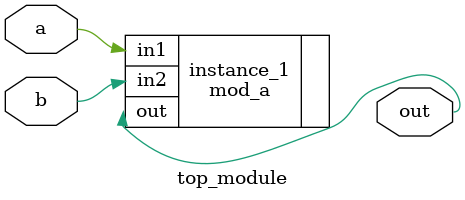
<source format=v>
module top_module ( input a, input b, output out );
    //mod_a instance_1(a,b,out); // else
    mod_a instance_1(.out(out), .in1(a), .in2(b));
endmodule

</source>
